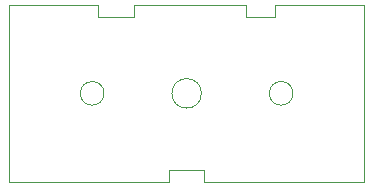
<source format=gbr>
%TF.GenerationSoftware,KiCad,Pcbnew,7.0.9*%
%TF.CreationDate,2024-03-13T02:42:54-05:00*%
%TF.ProjectId,MUX,4d55582e-6b69-4636-9164-5f7063625858,rev?*%
%TF.SameCoordinates,Original*%
%TF.FileFunction,Profile,NP*%
%FSLAX46Y46*%
G04 Gerber Fmt 4.6, Leading zero omitted, Abs format (unit mm)*
G04 Created by KiCad (PCBNEW 7.0.9) date 2024-03-13 02:42:54*
%MOMM*%
%LPD*%
G01*
G04 APERTURE LIST*
%TA.AperFunction,Profile*%
%ADD10C,0.100000*%
%TD*%
%TA.AperFunction,Profile*%
%ADD11C,0.050000*%
%TD*%
G04 APERTURE END LIST*
D10*
X165100001Y-81280000D02*
G75*
G03*
X165100001Y-81280000I-1J0D01*
G01*
X156250000Y-87500000D02*
G75*
G03*
X156250000Y-87500000I-1250000J0D01*
G01*
X147500000Y-81000000D02*
X150500000Y-81000000D01*
X150500000Y-80000000D01*
X160000000Y-80000000D01*
X160000000Y-81000000D01*
X162500000Y-81000000D01*
X162500000Y-80000000D01*
X170000000Y-80000000D01*
X170000000Y-95000000D01*
X156500000Y-95000000D01*
X156500000Y-94000000D01*
X153500000Y-94000000D01*
X153500000Y-95000000D01*
X140000000Y-95000000D01*
X140000000Y-80000000D01*
X147500000Y-80000000D01*
X147500000Y-81000000D01*
D11*
%TO.C,J4*%
X148000000Y-87500000D02*
G75*
G03*
X148000000Y-87500000I-1000000J0D01*
G01*
%TO.C,J5*%
X164000000Y-87500000D02*
G75*
G03*
X164000000Y-87500000I-1000000J0D01*
G01*
%TD*%
M02*

</source>
